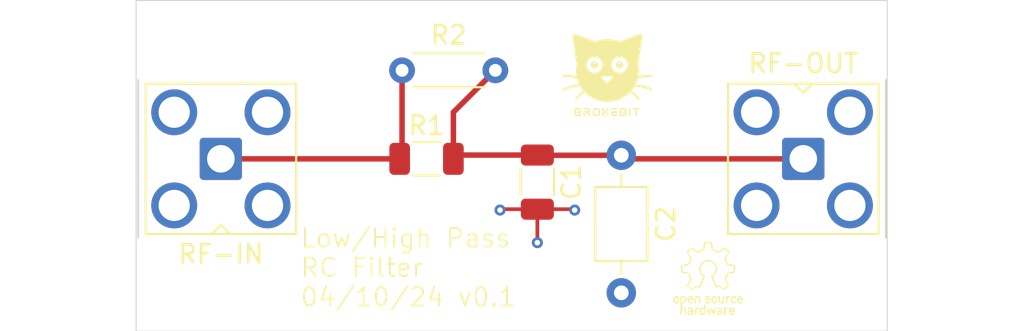
<source format=kicad_pcb>
(kicad_pcb (version 20240108) (generator "pcbnew") (generator_version "8.0")
  (layers (0 "F.Cu" signal) (1 "In1.Cu" signal) (2 "In2.Cu" signal) (31 "B.Cu" signal) (34 "B.Paste" user) (35 "F.Paste" user) (36 "B.SilkS" user "B.Silkscreen") (37 "F.SilkS" user "F.Silkscreen") (38 "B.Mask" user) (39 "F.Mask" user) (44 "Edge.Cuts" user))
  (net 0 "")
  (net 1 "Net-(RF-OUT1-In)")
  (net 2 "GND")
  (net 3 "Net-(RF-IN1-In)")
  (footprint "Capacitor_THT:C_Axial_L3.8mm_D2.6mm_P7.50mm_Horizontal" (layer "F.Cu") (at 154.178 94.802 -90)
    (property "Reference" "C2" (at 3.75 -2.42 90) (layer "F.SilkS"))
    (property "Value" "C")
    (pad "1" thru_hole circle (at 0 0 270) (size 1.6 1.6) (drill 0.8) (layers "*.Cu" "*.Mask") (net 1 "Net-(RF-OUT1-In)"))
    (pad "2" thru_hole oval (at 7.5 0 270) (size 1.6 1.6) (drill 0.8) (layers "*.Cu" "*.Mask") (net 2 "GND"))
  )
  (footprint "Connector_Coaxial:SMA_Amphenol_901-143_Horizontal" (layer "F.Cu") (at 132.374 94.996 90)
    (property "Reference" "RF-IN" (at -5.2 0 0) (layer "F.SilkS"))
    (property "Value" "Conn_Coaxial_Small" (hide yes))
    (fp_line (start 4.3 -4.5) (end -4.3 -4.5) (stroke (width 0.1)) (layer "Edge.Cuts"))
    (pad "1" thru_hole roundrect (at 0 0 90) (size 2.3 2.3) (drill 1.5) (layers "*.Cu" "*.Mask") (roundrect_rratio 0.087) (net 3 "Net-(RF-IN1-In)"))
    (pad "2" thru_hole circle (at -2.54 -2.54 90) (size 2.5 2.5) (drill 1.7) (layers "*.Cu" "*.Mask") (net 2 "GND"))
    (pad "2" thru_hole circle (at -2.54 2.54 90) (size 2.5 2.5) (drill 1.7) (layers "*.Cu" "*.Mask") (net 2 "GND"))
    (pad "2" thru_hole circle (at 2.54 -2.54 90) (size 2.5 2.5) (drill 1.7) (layers "*.Cu" "*.Mask") (net 2 "GND"))
    (pad "2" thru_hole circle (at 2.54 2.54 90) (size 2.5 2.5) (drill 1.7) (layers "*.Cu" "*.Mask") (net 2 "GND"))
  )
  (footprint "Connector_Coaxial:SMA_Amphenol_901-143_Horizontal" (layer "F.Cu") (at 164.084 94.996 -90)
    (property "Reference" "RF-OUT" (at -5.2 0 180) (layer "F.SilkS"))
    (property "Value" "Conn_Coaxial_Small" (hide yes))
    (fp_line (start 4.3 -4.5) (end -4.3 -4.5) (stroke (width 0.1)) (layer "Edge.Cuts"))
    (pad "1" thru_hole roundrect (at 0 0 270) (size 2.3 2.3) (drill 1.5) (layers "*.Cu" "*.Mask") (roundrect_rratio 0.087) (net 1 "Net-(RF-OUT1-In)"))
    (pad "2" thru_hole circle (at -2.54 -2.54 270) (size 2.5 2.5) (drill 1.7) (layers "*.Cu" "*.Mask") (net 2 "GND"))
    (pad "2" thru_hole circle (at -2.54 2.54 270) (size 2.5 2.5) (drill 1.7) (layers "*.Cu" "*.Mask") (net 2 "GND"))
    (pad "2" thru_hole circle (at 2.54 -2.54 270) (size 2.5 2.5) (drill 1.7) (layers "*.Cu" "*.Mask") (net 2 "GND"))
    (pad "2" thru_hole circle (at 2.54 2.54 270) (size 2.5 2.5) (drill 1.7) (layers "*.Cu" "*.Mask") (net 2 "GND"))
  )
  (footprint "Resistor_THT:R_Axial_DIN0204_L3.6mm_D1.6mm_P5.08mm_Horizontal" (layer "F.Cu") (at 142.24 90.17)
    (property "Reference" "R2" (at 2.54 -1.92 0) (layer "F.SilkS"))
    (property "Value" "R_Small_US" (hide yes))
    (pad "1" thru_hole circle (at 0 0) (size 1.4 1.4) (drill 0.7) (layers "*.Cu" "*.Mask") (net 3 "Net-(RF-IN1-In)"))
    (pad "2" thru_hole oval (at 5.08 0) (size 1.4 1.4) (drill 0.7) (layers "*.Cu" "*.Mask") (net 1 "Net-(RF-OUT1-In)"))
  )
  (footprint "LOGO" (layer "F.Cu") (at 153.416 90.424)
    (property "Reference" "G***" (hide yes))
    (property "Value" "LOGO" (hide yes))
  )
  (footprint "LOGO" (layer "F.Cu") (at 159.004 101.6)
    (property "Reference" "G***" (hide yes))
    (property "Value" "LOGO" (hide yes))
  )
  (footprint "Capacitor_SMD:C_1206_3216Metric" (layer "F.Cu") (at 149.606 96.266 -90)
    (property "Reference" "C1" (at 0 -1.85 90) (layer "F.SilkS"))
    (property "Value" "C")
    (pad "1" smd roundrect (at -1.475 0 270) (size 1.15 1.8) (layers "F.Cu" "F.Paste" "F.Mask") (roundrect_rratio 0.217391) (net 1 "Net-(RF-OUT1-In)"))
    (pad "2" smd roundrect (at 1.475 0 270) (size 1.15 1.8) (layers "F.Cu" "F.Paste" "F.Mask") (roundrect_rratio 0.217391) (net 2 "GND"))
  )
  (footprint "Resistor_SMD:R_1206_3216Metric" (layer "F.Cu") (at 143.5715 94.996)
    (property "Reference" "R1" (at 0 -1.82 0) (layer "F.SilkS"))
    (property "Value" "R_Small_US" (hide yes))
    (pad "1" smd roundrect (at -1.4625 0) (size 1.125 1.75) (layers "F.Cu" "F.Paste" "F.Mask") (roundrect_rratio 0.222222) (net 3 "Net-(RF-IN1-In)"))
    (pad "2" smd roundrect (at 1.4625 0) (size 1.125 1.75) (layers "F.Cu" "F.Paste" "F.Mask") (roundrect_rratio 0.222222) (net 1 "Net-(RF-OUT1-In)"))
  )
  (gr_rect (start 127.762 86.36) (end 168.656 104.394) (stroke (width 0.05)) (fill none) (layer "Edge.Cuts"))
  (gr_text "Low/High Pass\nRC Filter\n04/10/24 v0.1" (at 136.652 103.124 0) (layer "F.SilkS") (effects (font (size 1 1) (thickness 0.1)) (justify left bottom)))
  (segment (start 154.178 94.802) (end 149.617 94.802) (width 0.3) (layer "F.Cu") (net 1))
  (segment (start 145.034 94.996) (end 145.034 92.456) (width 0.3) (layer "F.Cu") (net 1))
  (segment (start 154.372 94.996) (end 154.178 94.802) (width 0.3) (layer "F.Cu") (net 1))
  (segment (start 145.239 94.791) (end 145.034 94.996) (width 0.3) (layer "F.Cu") (net 1))
  (segment (start 164.084 94.996) (end 154.372 94.996) (width 0.3) (layer "F.Cu") (net 1))
  (segment (start 154.167 94.791) (end 154.178 94.802) (width 0.3) (layer "F.Cu") (net 1))
  (segment (start 149.617 94.802) (end 149.606 94.791) (width 0.3) (layer "F.Cu") (net 1))
  (segment (start 145.288 94.742) (end 145.337 94.791) (width 0.3) (layer "F.Cu") (net 1))
  (segment (start 145.034 94.742) (end 145.288 94.742) (width 0.3) (layer "F.Cu") (net 1))
  (segment (start 149.606 94.791) (end 145.239 94.791) (width 0.3) (layer "F.Cu") (net 1))
  (segment (start 145.034 92.456) (end 147.32 90.17) (width 0.3) (layer "F.Cu") (net 1))
  (segment (start 149.606 97.741) (end 147.623 97.741) (width 0.2) (layer "F.Cu") (net 2))
  (segment (start 149.606 97.741) (end 151.589 97.741) (width 0.2) (layer "F.Cu") (net 2))
  (segment (start 147.623 97.741) (end 147.574 97.79) (width 0.2) (layer "F.Cu") (net 2))
  (segment (start 149.606 97.741) (end 149.606 99.568) (width 0.2) (layer "F.Cu") (net 2))
  (segment (start 151.589 97.741) (end 151.638 97.79) (width 0.2) (layer "F.Cu") (net 2))
  (via (at 149.606 99.568) (size 0.6) (drill 0.3) (layers "F.Cu" "B.Cu") (net 2))
  (via (at 151.638 97.79) (size 0.6) (drill 0.3) (layers "F.Cu" "B.Cu") (net 2))
  (via (at 147.574 97.79) (size 0.6) (drill 0.3) (layers "F.Cu" "B.Cu") (net 2))
  (segment (start 142.109 94.619) (end 142.24 94.488) (width 0.3) (layer "F.Cu") (net 3))
  (segment (start 142.109 94.996) (end 132.374 94.996) (width 0.3) (layer "F.Cu") (net 3))
  (segment (start 142.109 94.996) (end 142.109 94.619) (width 0.3) (layer "F.Cu") (net 3))
  (segment (start 142.109 90.301) (end 142.24 90.17) (width 1) (layer "F.Cu") (net 3))
  (segment (start 142.24 94.488) (end 142.24 90.17) (width 0.3) (layer "F.Cu") (net 3))
)
</source>
